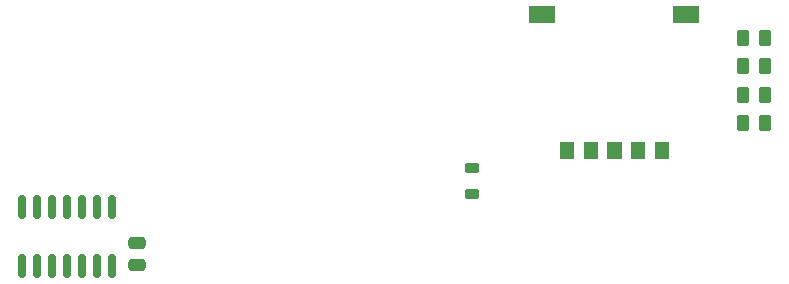
<source format=gbr>
%TF.GenerationSoftware,KiCad,Pcbnew,7.0.7*%
%TF.CreationDate,2023-08-23T23:36:49-06:00*%
%TF.ProjectId,ISA adapter,49534120-6164-4617-9074-65722e6b6963,rev?*%
%TF.SameCoordinates,Original*%
%TF.FileFunction,Paste,Top*%
%TF.FilePolarity,Positive*%
%FSLAX46Y46*%
G04 Gerber Fmt 4.6, Leading zero omitted, Abs format (unit mm)*
G04 Created by KiCad (PCBNEW 7.0.7) date 2023-08-23 23:36:49*
%MOMM*%
%LPD*%
G01*
G04 APERTURE LIST*
G04 Aperture macros list*
%AMRoundRect*
0 Rectangle with rounded corners*
0 $1 Rounding radius*
0 $2 $3 $4 $5 $6 $7 $8 $9 X,Y pos of 4 corners*
0 Add a 4 corners polygon primitive as box body*
4,1,4,$2,$3,$4,$5,$6,$7,$8,$9,$2,$3,0*
0 Add four circle primitives for the rounded corners*
1,1,$1+$1,$2,$3*
1,1,$1+$1,$4,$5*
1,1,$1+$1,$6,$7*
1,1,$1+$1,$8,$9*
0 Add four rect primitives between the rounded corners*
20,1,$1+$1,$2,$3,$4,$5,0*
20,1,$1+$1,$4,$5,$6,$7,0*
20,1,$1+$1,$6,$7,$8,$9,0*
20,1,$1+$1,$8,$9,$2,$3,0*%
G04 Aperture macros list end*
%ADD10R,1.200000X1.400000*%
%ADD11R,2.200000X1.400000*%
%ADD12RoundRect,0.250000X-0.262500X-0.450000X0.262500X-0.450000X0.262500X0.450000X-0.262500X0.450000X0*%
%ADD13RoundRect,0.150000X-0.150000X0.825000X-0.150000X-0.825000X0.150000X-0.825000X0.150000X0.825000X0*%
%ADD14RoundRect,0.250000X0.475000X-0.250000X0.475000X0.250000X-0.475000X0.250000X-0.475000X-0.250000X0*%
%ADD15RoundRect,0.218750X0.381250X-0.218750X0.381250X0.218750X-0.381250X0.218750X-0.381250X-0.218750X0*%
G04 APERTURE END LIST*
%TO.C,RV1*%
G36*
X185900000Y-43200000D02*
G01*
X183700000Y-43200000D01*
X183700000Y-41800000D01*
X185900000Y-41800000D01*
X185900000Y-43200000D01*
G37*
G36*
X187500000Y-54700000D02*
G01*
X186300000Y-54700000D01*
X186300000Y-53300000D01*
X187500000Y-53300000D01*
X187500000Y-54700000D01*
G37*
G36*
X189500000Y-54700000D02*
G01*
X188300000Y-54700000D01*
X188300000Y-53300000D01*
X189500000Y-53300000D01*
X189500000Y-54700000D01*
G37*
G36*
X191500000Y-54700000D02*
G01*
X190300000Y-54700000D01*
X190300000Y-53300000D01*
X191500000Y-53300000D01*
X191500000Y-54700000D01*
G37*
G36*
X193500000Y-54700000D02*
G01*
X192300000Y-54700000D01*
X192300000Y-53300000D01*
X193500000Y-53300000D01*
X193500000Y-54700000D01*
G37*
G36*
X195500000Y-54700000D02*
G01*
X194300000Y-54700000D01*
X194300000Y-53300000D01*
X195500000Y-53300000D01*
X195500000Y-54700000D01*
G37*
G36*
X198100000Y-43200000D02*
G01*
X195900000Y-43200000D01*
X195900000Y-41800000D01*
X198100000Y-41800000D01*
X198100000Y-43200000D01*
G37*
%TD*%
D10*
%TO.C,RV1*%
X192900000Y-54000000D03*
X190900000Y-54000000D03*
X186900000Y-54000000D03*
X194900000Y-54000000D03*
X188900000Y-54000000D03*
X186900000Y-54000000D03*
D11*
X184800000Y-42500000D03*
X197000000Y-42500000D03*
%TD*%
D12*
%TO.C,R1*%
X201787500Y-49300000D03*
X203612500Y-49300000D03*
%TD*%
%TO.C,R4*%
X201787500Y-51700000D03*
X203612500Y-51700000D03*
%TD*%
D13*
%TO.C,U1*%
X148390000Y-58825000D03*
X147120000Y-58825000D03*
X145850000Y-58825000D03*
X144580000Y-58825000D03*
X143310000Y-58825000D03*
X142040000Y-58825000D03*
X140770000Y-58825000D03*
X140770000Y-63775000D03*
X142040000Y-63775000D03*
X143310000Y-63775000D03*
X144580000Y-63775000D03*
X145850000Y-63775000D03*
X147120000Y-63775000D03*
X148390000Y-63775000D03*
%TD*%
D12*
%TO.C,R2*%
X201787500Y-44500000D03*
X203612500Y-44500000D03*
%TD*%
%TO.C,R3*%
X201787500Y-46900000D03*
X203612500Y-46900000D03*
%TD*%
D14*
%TO.C,C1*%
X150480000Y-63750000D03*
X150480000Y-61850000D03*
%TD*%
D15*
%TO.C,FB1*%
X178862500Y-57662500D03*
X178862500Y-55537500D03*
%TD*%
M02*

</source>
